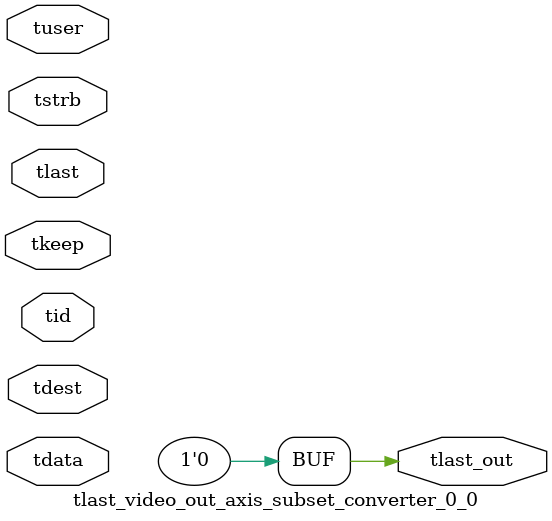
<source format=v>


`timescale 1ps/1ps

module tlast_video_out_axis_subset_converter_0_0 #
(
parameter C_S_AXIS_TID_WIDTH   = 1,
parameter C_S_AXIS_TUSER_WIDTH = 0,
parameter C_S_AXIS_TDATA_WIDTH = 0,
parameter C_S_AXIS_TDEST_WIDTH = 0
)
(
input  [(C_S_AXIS_TID_WIDTH   == 0 ? 1 : C_S_AXIS_TID_WIDTH)-1:0       ] tid,
input  [(C_S_AXIS_TDATA_WIDTH == 0 ? 1 : C_S_AXIS_TDATA_WIDTH)-1:0     ] tdata,
input  [(C_S_AXIS_TUSER_WIDTH == 0 ? 1 : C_S_AXIS_TUSER_WIDTH)-1:0     ] tuser,
input  [(C_S_AXIS_TDEST_WIDTH == 0 ? 1 : C_S_AXIS_TDEST_WIDTH)-1:0     ] tdest,
input  [(C_S_AXIS_TDATA_WIDTH/8)-1:0 ] tkeep,
input  [(C_S_AXIS_TDATA_WIDTH/8)-1:0 ] tstrb,
input  [0:0]                                                             tlast,
output                                                                   tlast_out
);

assign tlast_out = {1'b0};

endmodule


</source>
